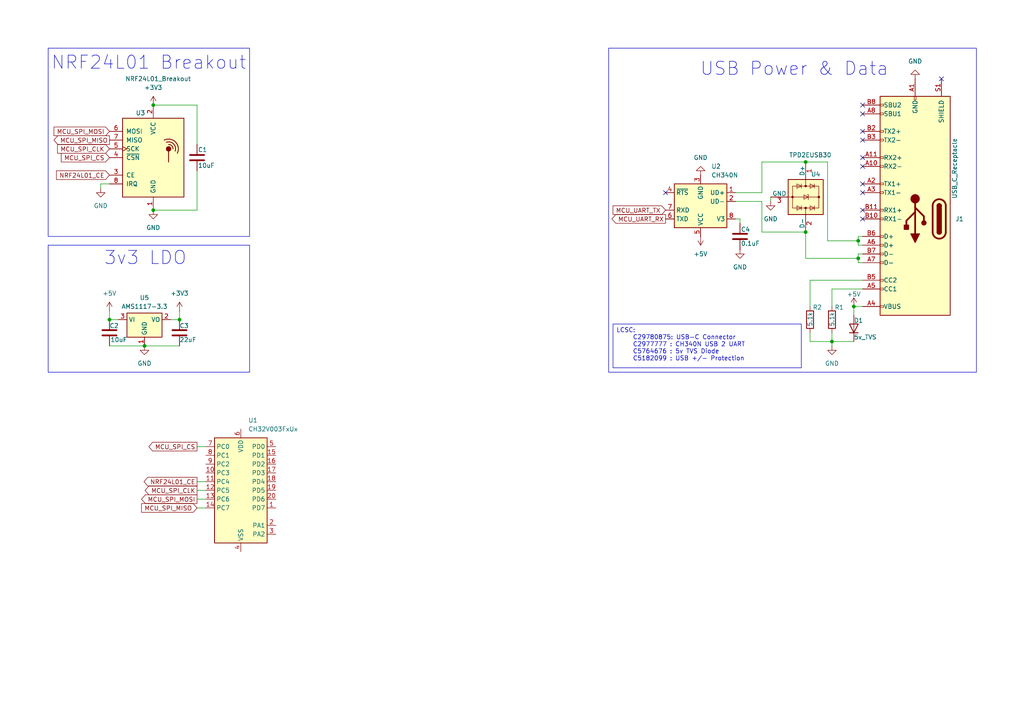
<source format=kicad_sch>
(kicad_sch (version 20250114) (generator "eeschema") (generator_version "9.0")
  (paper "A4")
  (lib_symbols
    (symbol "Connector:USB_C_Receptacle" (pin_names (offset 1.016))
      (property "Reference" "J" (at -10.16 29.21 0))
      (property "Value" "USB_C_Receptacle" (at 10.16 29.21 0))
      (symbol "USB_C_Receptacle_0_0"
        (rectangle (start -0.254 -35.56) (end 0.254 -34.544))
        (rectangle (start 10.16 25.654) (end 9.144 25.146))
        (rectangle (start 10.16 20.574) (end 9.144 20.066))
        (rectangle (start 10.16 18.034) (end 9.144 17.526))
        (rectangle (start 10.16 12.954) (end 9.144 12.446))
        (rectangle (start 10.16 10.414) (end 9.144 9.906))
        (rectangle (start 10.16 7.874) (end 9.144 7.366))
        (rectangle (start 10.16 5.334) (end 9.144 4.826))
        (rectangle (start 10.16 0.254) (end 9.144 -0.254))
        (rectangle (start 10.16 -2.286) (end 9.144 -2.794))
        (rectangle (start 10.16 -7.366) (end 9.144 -7.874))
        (rectangle (start 10.16 -9.906) (end 9.144 -10.414))
        (rectangle (start 10.16 -14.986) (end 9.144 -15.494))
        (rectangle (start 10.16 -17.526) (end 9.144 -18.034))
        (rectangle (start 10.16 -22.606) (end 9.144 -23.114))
        (rectangle (start 10.16 -25.146) (end 9.144 -25.654))
        (rectangle (start 10.16 -30.226) (end 9.144 -30.734))
        (rectangle (start 10.16 -32.766) (end 9.144 -33.274))
      )
      (symbol "USB_C_Receptacle_0_1"
        (rectangle (start -10.16 27.94) (end 10.16 -35.56) (stroke (width 0.254)) (fill (type background)))
        (polyline (pts (xy -8.89 -3.81) (xy -8.89 3.81)) (stroke (width 0.508)))
        (rectangle (start -7.62 -3.81) (end -6.35 3.81) (stroke (width 0.254)) (fill (type outline)))
        (arc (start -7.62 3.81) (mid -6.985 4.4423) (end -6.35 3.81) (stroke (width 0.254)))
        (arc (start -7.62 3.81) (mid -6.985 4.4423) (end -6.35 3.81) (stroke (width 0.254)) (fill (type outline)))
        (arc (start -8.89 3.81) (mid -6.985 5.7067) (end -5.08 3.81) (stroke (width 0.508)))
        (arc (start -5.08 -3.81) (mid -6.985 -5.7067) (end -8.89 -3.81) (stroke (width 0.508)))
        (arc (start -6.35 -3.81) (mid -6.985 -4.4423) (end -7.62 -3.81) (stroke (width 0.254)))
        (arc (start -6.35 -3.81) (mid -6.985 -4.4423) (end -7.62 -3.81) (stroke (width 0.254)) (fill (type outline)))
        (polyline (pts (xy -5.08 3.81) (xy -5.08 -3.81)) (stroke (width 0.508)))
      )
      (symbol "USB_C_Receptacle_1_1"
        (circle (center -2.54 1.143) (radius 0.635) (stroke (width 0.254)) (fill (type outline)))
        (polyline (pts (xy -1.27 4.318) (xy 0 6.858) (xy 1.27 4.318) (xy -1.27 4.318)) (stroke (width 0.254)) (fill (type outline)))
        (polyline (pts (xy 0 -2.032) (xy 2.54 0.508) (xy 2.54 1.778)) (stroke (width 0.508)))
        (polyline (pts (xy 0 -3.302) (xy -2.54 -0.762) (xy -2.54 0.508)) (stroke (width 0.508)))
        (polyline (pts (xy 0 -5.842) (xy 0 4.318)) (stroke (width 0.508)))
        (circle (center 0 -5.842) (radius 1.27) (fill (type outline)))
        (rectangle (start 1.905 1.778) (end 3.175 3.048) (stroke (width 0.254)) (fill (type outline)))
        (pin passive line (at -7.62 -40.64 90) (length 5.08) (name "SHIELD") (number "S1"))
        (pin passive line (at 0 -40.64 90) (length 5.08) (name "GND") (number "A1"))
        (pin passive line (at 0 -40.64 90) (length 5.08) (hide yes) (name "GND") (number "A12"))
        (pin passive line (at 0 -40.64 90) (length 5.08) (hide yes) (name "GND") (number "B1"))
        (pin passive line (at 0 -40.64 90) (length 5.08) (hide yes) (name "GND") (number "B12"))
        (pin passive line (at 15.24 25.4 180) (length 5.08) (name "VBUS") (number "A4"))
        (pin passive line (at 15.24 25.4 180) (length 5.08) (hide yes) (name "VBUS") (number "A9"))
        (pin passive line (at 15.24 25.4 180) (length 5.08) (hide yes) (name "VBUS") (number "B4"))
        (pin passive line (at 15.24 25.4 180) (length 5.08) (hide yes) (name "VBUS") (number "B9"))
        (pin bidirectional line (at 15.24 20.32 180) (length 5.08) (name "CC1") (number "A5"))
        (pin bidirectional line (at 15.24 17.78 180) (length 5.08) (name "CC2") (number "B5"))
        (pin bidirectional line (at 15.24 12.7 180) (length 5.08) (name "D-") (number "A7"))
        (pin bidirectional line (at 15.24 10.16 180) (length 5.08) (name "D-") (number "B7"))
        (pin bidirectional line (at 15.24 7.62 180) (length 5.08) (name "D+") (number "A6"))
        (pin bidirectional line (at 15.24 5.08 180) (length 5.08) (name "D+") (number "B6"))
        (pin bidirectional line (at 15.24 0 180) (length 5.08) (name "RX1-") (number "B10"))
        (pin bidirectional line (at 15.24 -2.54 180) (length 5.08) (name "RX1+") (number "B11"))
        (pin bidirectional line (at 15.24 -7.62 180) (length 5.08) (name "TX1-") (number "A3"))
        (pin bidirectional line (at 15.24 -10.16 180) (length 5.08) (name "TX1+") (number "A2"))
        (pin bidirectional line (at 15.24 -15.24 180) (length 5.08) (name "RX2-") (number "A10"))
        (pin bidirectional line (at 15.24 -17.78 180) (length 5.08) (name "RX2+") (number "A11"))
        (pin bidirectional line (at 15.24 -22.86 180) (length 5.08) (name "TX2-") (number "B3"))
        (pin bidirectional line (at 15.24 -25.4 180) (length 5.08) (name "TX2+") (number "B2"))
        (pin bidirectional line (at 15.24 -30.48 180) (length 5.08) (name "SBU1") (number "A8"))
        (pin bidirectional line (at 15.24 -33.02 180) (length 5.08) (name "SBU2") (number "B8"))
      )
    )
    (symbol "Device:C" (pin_numbers (hide yes)) (pin_names (offset 0.254))
      (property "Reference" "C" (at 0.635 2.54 0))
      (property "Value" "C" (at 0.635 -2.54 0))
      (symbol "C_0_1"
        (polyline (pts (xy -2.032 0.762) (xy 2.032 0.762)) (stroke (width 0.508)))
        (polyline (pts (xy -2.032 -0.762) (xy 2.032 -0.762)) (stroke (width 0.508)))
      )
      (symbol "C_1_1"
        (pin passive line (at 0 3.81 270) (length 2.794) (name "~") (number "1"))
        (pin passive line (at 0 -3.81 90) (length 2.794) (name "~") (number "2"))
      )
    )
    (symbol "Device:D" (pin_numbers (hide yes)) (pin_names (offset 1.016) (hide yes))
      (property "Reference" "D" (at 0 2.54 0))
      (property "Value" "D" (at 0 -2.54 0))
      (symbol "D_0_1"
        (polyline (pts (xy -1.27 1.27) (xy -1.27 -1.27)) (stroke (width 0.254)))
        (polyline (pts (xy 1.27 1.27) (xy 1.27 -1.27) (xy -1.27 0) (xy 1.27 1.27)) (stroke (width 0.254)))
        (polyline (pts (xy 1.27 0) (xy -1.27 0)))
      )
      (symbol "D_1_1"
        (pin passive line (at -3.81 0 0) (length 2.54) (name "K") (number "1"))
        (pin passive line (at 3.81 0 180) (length 2.54) (name "A") (number "2"))
      )
    )
    (symbol "Device:R" (pin_numbers (hide yes)) (pin_names (offset 0))
      (property "Reference" "R" (at 2.032 0 90))
      (property "Value" "R" (at 0 0 90))
      (symbol "R_0_1"
        (rectangle (start -1.016 -2.54) (end 1.016 2.54) (stroke (width 0.254)))
      )
      (symbol "R_1_1"
        (pin passive line (at 0 3.81 270) (length 1.27) (name "~") (number "1"))
        (pin passive line (at 0 -3.81 90) (length 1.27) (name "~") (number "2"))
      )
    )
    (symbol "Interface_USB:CH340N"
      (property "Reference" "U2" (at -3.1181 -12.7 0))
      (property "Value" "CH340N" (at -3.1181 -10.16 0))
      (symbol "CH340N_0_1"
        (rectangle (start -7.62 5.08) (end 7.62 -7.62) (stroke (width 0.254)) (fill (type background)))
      )
      (symbol "CH340N_1_1"
        (pin passive line (at -10.16 2.54 0) (length 2.54) (name "V3") (number "8"))
        (pin bidirectional line (at -10.16 -2.54 0) (length 2.54) (name "UD-") (number "2"))
        (pin bidirectional line (at -10.16 -5.08 0) (length 2.54) (name "UD+") (number "1"))
        (pin power_in line (at 0 7.62 270) (length 2.54) (name "VCC") (number "5"))
        (pin power_in line (at 0 -10.16 90) (length 2.54) (name "GND") (number "3"))
        (pin output line (at 10.16 2.54 180) (length 2.54) (name "TXD") (number "6"))
        (pin input line (at 10.16 0 180) (length 2.54) (name "RXD") (number "7"))
        (pin output line (at 10.16 -5.08 180) (length 2.54) (name "~{RTS}") (number "4"))
      )
    )
    (symbol "MCU_WCH_CH32V0:CH32V003FxUx"
      (property "Reference" "U" (at -7.62 17.78 0))
      (property "Value" "CH32V003FxUx" (at 7.62 17.78 0))
      (symbol "CH32V003FxUx_1_1"
        (rectangle (start -7.62 15.24) (end 7.62 -15.24) (stroke (width 0.254)) (fill (type background)))
        (pin bidirectional line (at -10.16 12.7 0) (length 2.54) (name "PC0") (number "7"))
        (pin bidirectional line (at -10.16 10.16 0) (length 2.54) (name "PC1") (number "8"))
        (pin bidirectional line (at -10.16 7.62 0) (length 2.54) (name "PC2") (number "9"))
        (pin bidirectional line (at -10.16 5.08 0) (length 2.54) (name "PC3") (number "10"))
        (pin bidirectional line (at -10.16 2.54 0) (length 2.54) (name "PC4") (number "11"))
        (pin bidirectional line (at -10.16 0 0) (length 2.54) (name "PC5") (number "12"))
        (pin bidirectional line (at -10.16 -2.54 0) (length 2.54) (name "PC6") (number "13"))
        (pin bidirectional line (at -10.16 -5.08 0) (length 2.54) (name "PC7") (number "14"))
        (pin power_in line (at 0 17.78 270) (length 2.54) (name "VDD") (number "6"))
        (pin passive line (at 0 -17.78 90) (length 2.54) (hide yes) (name "VSS") (number "21"))
        (pin power_in line (at 0 -17.78 90) (length 2.54) (name "VSS") (number "4"))
        (pin bidirectional line (at 10.16 12.7 180) (length 2.54) (name "PD0") (number "5"))
        (pin bidirectional line (at 10.16 10.16 180) (length 2.54) (name "PD1") (number "15"))
        (pin bidirectional line (at 10.16 7.62 180) (length 2.54) (name "PD2") (number "16"))
        (pin bidirectional line (at 10.16 5.08 180) (length 2.54) (name "PD3") (number "17"))
        (pin bidirectional line (at 10.16 2.54 180) (length 2.54) (name "PD4") (number "18"))
        (pin bidirectional line (at 10.16 0 180) (length 2.54) (name "PD5") (number "19"))
        (pin bidirectional line (at 10.16 -2.54 180) (length 2.54) (name "PD6") (number "20"))
        (pin bidirectional line (at 10.16 -5.08 180) (length 2.54) (name "PD7") (number "1"))
        (pin bidirectional line (at 10.16 -10.16 180) (length 2.54) (name "PA1") (number "2"))
        (pin bidirectional line (at 10.16 -12.7 180) (length 2.54) (name "PA2") (number "3"))
      )
    )
    (symbol "Power_Protection:TPD2EUSB30" (pin_names (offset 0))
      (property "Reference" "U" (at 0 6.35 0))
      (property "Value" "TPD2EUSB30" (at 7.62 -7.62 0))
      (symbol "TPD2EUSB30_0_1"
        (rectangle (start -5.08 5.08) (end 5.08 -5.08) (stroke (width 0.254)) (fill (type background)))
        (polyline (pts (xy -5.08 0) (xy -3.175 0)))
        (polyline (pts (xy -3.81 2.54) (xy -2.54 2.54)))
        (polyline (pts (xy -3.81 -1.27) (xy -2.54 -1.27)))
        (rectangle (start -3.175 3.81) (end 3.175 -3.81))
        (circle (center -3.175 0) (radius 0.2794) (fill (type outline)))
        (polyline (pts (xy -2.54 1.27) (xy -3.81 1.27) (xy -3.175 2.54) (xy -2.54 1.27)))
        (polyline (pts (xy -2.54 -2.54) (xy -3.81 -2.54) (xy -3.175 -1.27) (xy -2.54 -2.54)))
        (circle (center 0 3.81) (radius 0.2794) (fill (type outline)))
        (polyline (pts (xy 0 3.81) (xy 0 -5.08)))
        (circle (center 0 -3.81) (radius 0.2794) (fill (type outline)))
        (polyline (pts (xy 0.635 -0.508) (xy -0.635 -0.508) (xy 0 0.762) (xy 0.635 -0.508)))
        (polyline (pts (xy 0.762 0.762) (xy -0.762 0.762) (xy -0.762 0.508)))
        (polyline (pts (xy 2.54 2.54) (xy 3.81 2.54)))
        (polyline (pts (xy 2.54 -1.27) (xy 3.81 -1.27)))
        (circle (center 3.175 0) (radius 0.2794) (fill (type outline)))
        (polyline (pts (xy 3.81 1.27) (xy 2.54 1.27) (xy 3.175 2.54) (xy 3.81 1.27)))
        (polyline (pts (xy 3.81 -2.54) (xy 2.54 -2.54) (xy 3.175 -1.27) (xy 3.81 -2.54)))
        (polyline (pts (xy 5.08 0) (xy 3.175 0)))
      )
      (symbol "TPD2EUSB30_1_1"
        (pin passive line (at -10.16 0 0) (length 5.08) (name "D+") (number "1"))
        (pin passive line (at 0 -10.16 90) (length 5.08) (name "GND") (number "3"))
        (pin passive line (at 10.16 0 180) (length 5.08) (name "D-") (number "2"))
      )
    )
    (symbol "RF:NRF24L01_Breakout" (pin_names (offset 1.016))
      (property "Reference" "U" (at -8.89 12.7 0))
      (property "Value" "NRF24L01_Breakout" (at 3.81 12.7 0))
      (symbol "NRF24L01_Breakout_0_1"
        (rectangle (start -8.89 11.43) (end 8.89 -11.43) (stroke (width 0.254)) (fill (type background)))
        (arc (start 3.175 5.08) (mid 6.453 4.548) (end 6.985 1.27) (stroke (width 0.254)))
        (circle (center 4.445 2.54) (radius 0.635) (stroke (width 0.254)) (fill (type outline)))
        (polyline (pts (xy 4.445 1.905) (xy 4.445 -1.27)) (stroke (width 0.254)))
        (arc (start 3.81 4.445) (mid 5.8835 3.9785) (end 6.35 1.905) (stroke (width 0.254)))
        (arc (start 4.445 3.81) (mid 5.3558 3.4508) (end 5.715 2.54) (stroke (width 0.254)))
      )
      (symbol "NRF24L01_Breakout_1_1"
        (pin input line (at -12.7 7.62 0) (length 3.81) (name "MOSI") (number "6"))
        (pin output line (at -12.7 5.08 0) (length 3.81) (name "MISO") (number "7"))
        (pin input clock (at -12.7 2.54 0) (length 3.81) (name "SCK") (number "5"))
        (pin input line (at -12.7 0 0) (length 3.81) (name "~{CSN}") (number "4"))
        (pin input line (at -12.7 -5.08 0) (length 3.81) (name "CE") (number "3"))
        (pin output line (at -12.7 -7.62 0) (length 3.81) (name "IRQ") (number "8"))
        (pin power_in line (at 0 15.24 270) (length 3.81) (name "VCC") (number "2"))
        (pin power_in line (at 0 -15.24 90) (length 3.81) (name "GND") (number "1"))
      )
    )
    (symbol "Regulator_Linear:AMS1117-3.3"
      (property "Reference" "U" (at -3.81 3.175 0))
      (property "Value" "AMS1117-3.3" (at 0 3.175 0))
      (symbol "AMS1117-3.3_0_1"
        (rectangle (start -5.08 -5.08) (end 5.08 1.905) (stroke (width 0.254)) (fill (type background)))
      )
      (symbol "AMS1117-3.3_1_1"
        (pin power_in line (at -7.62 0 0) (length 2.54) (name "VI") (number "3"))
        (pin power_in line (at 0 -7.62 90) (length 2.54) (name "GND") (number "1"))
        (pin power_out line (at 7.62 0 180) (length 2.54) (name "VO") (number "2"))
      )
    )
    (symbol "power:+3V3" (power) (pin_numbers (hide yes)) (pin_names (offset 0) (hide yes))
      (property "Value" "+3V3" (at 0 3.556 0))
      (symbol "+3V3_0_1"
        (polyline (pts (xy -0.762 1.27) (xy 0 2.54)))
        (polyline (pts (xy 0 2.54) (xy 0.762 1.27)))
        (polyline (pts (xy 0 0) (xy 0 2.54)))
      )
      (symbol "+3V3_1_1"
        (pin power_in line (at 0 0 90) (length 0) (name "~") (number "1"))
      )
    )
    (symbol "power:+5V" (power) (pin_numbers (hide yes)) (pin_names (offset 0) (hide yes))
      (property "Value" "+5V" (at 0 3.556 0))
      (symbol "+5V_0_1"
        (polyline (pts (xy -0.762 1.27) (xy 0 2.54)))
        (polyline (pts (xy 0 2.54) (xy 0.762 1.27)))
        (polyline (pts (xy 0 0) (xy 0 2.54)))
      )
      (symbol "+5V_1_1"
        (pin power_in line (at 0 0 90) (length 0) (name "~") (number "1"))
      )
    )
    (symbol "power:GND" (power) (pin_numbers (hide yes)) (pin_names (offset 0) (hide yes))
      (property "Value" "GND" (at 0 -3.81 0))
      (symbol "GND_0_1"
        (polyline (pts (xy 0 0) (xy 0 -1.27) (xy 1.27 -1.27) (xy 0 -2.54) (xy -1.27 -1.27) (xy 0 -1.27)))
      )
      (symbol "GND_1_1"
        (pin power_in line (at 0 0 270) (length 0) (name "~") (number "1"))
      )
    )
  )
  (rectangle (start 176.53 13.97) (end 283.21 107.95))
  (rectangle (start 13.97 71.12) (end 72.39 107.95))
  (rectangle (start 13.97 13.97) (end 72.39 68.58))
  (text "3v3 LDO" (at 42.164 74.93 0) (effects (font (size 3.81 3.81))))
  (text "NRF24L01 Breakout" (at 43.18 18.288 0) (effects (font (size 3.81 3.81))))
  (text "USB Power & Data" (at 230.378 20.066 0) (effects (font (size 3.81 3.81))))
  (text_box "LCSC:\n	C29780875: USB-C Connector\n	C2977777 : CH340N USB 2 UART\n	C5764676 : 5v TVS Diode\n	C5182099 : USB +/- Protection" (at 177.8 93.98 0) (size 54.61 12.7) (margins 0.9525 0.9525 0.9525 0.9525) (effects (font (size 1.27 1.27)) (justify left top)))
  (junction (at 247.65 88.9))
  (junction (at 44.45 30.48))
  (junction (at 41.91 100.33))
  (junction (at 44.45 60.96))
  (junction (at 248.92 74.93))
  (junction (at 31.75 92.71))
  (junction (at 233.68 46.99))
  (junction (at 241.3 99.06))
  (junction (at 233.68 67.31))
  (junction (at 248.92 69.85))
  (junction (at 52.07 92.71))
  (no_connect (at 250.19 40.64))
  (no_connect (at 193.04 55.88))
  (no_connect (at 250.19 33.02))
  (no_connect (at 273.05 22.86))
  (no_connect (at 250.19 38.1))
  (no_connect (at 250.19 45.72))
  (no_connect (at 250.19 48.26))
  (no_connect (at 250.19 53.34))
  (no_connect (at 250.19 30.48))
  (no_connect (at 250.19 63.5))
  (no_connect (at 250.19 55.88))
  (no_connect (at 250.19 60.96))
  (wire (pts (xy 57.15 142.24) (xy 59.69 142.24)))
  (wire (pts (xy 213.36 58.42) (xy 220.98 58.42)))
  (wire (pts (xy 240.03 69.85) (xy 240.03 46.99)))
  (wire (pts (xy 52.07 90.17) (xy 52.07 92.71)))
  (wire (pts (xy 57.15 144.78) (xy 59.69 144.78)))
  (wire (pts (xy 31.75 90.17) (xy 31.75 92.71)))
  (wire (pts (xy 31.75 92.71) (xy 34.29 92.71)))
  (wire (pts (xy 248.92 74.93) (xy 248.92 76.2)))
  (wire (pts (xy 241.3 99.06) (xy 241.3 96.52)))
  (wire (pts (xy 248.92 68.58) (xy 248.92 69.85)))
  (wire (pts (xy 250.19 73.66) (xy 248.92 73.66)))
  (wire (pts (xy 29.21 53.34) (xy 29.21 54.61)))
  (wire (pts (xy 248.92 71.12) (xy 250.19 71.12)))
  (wire (pts (xy 214.63 63.5) (xy 214.63 64.77)))
  (wire (pts (xy 220.98 55.88) (xy 220.98 46.99)))
  (wire (pts (xy 41.91 100.33) (xy 52.07 100.33)))
  (wire (pts (xy 57.15 30.48) (xy 44.45 30.48)))
  (wire (pts (xy 250.19 68.58) (xy 248.92 68.58)))
  (wire (pts (xy 57.15 41.91) (xy 57.15 30.48)))
  (wire (pts (xy 233.68 67.31) (xy 233.68 74.93)))
  (wire (pts (xy 31.75 53.34) (xy 29.21 53.34)))
  (wire (pts (xy 223.52 57.15) (xy 223.52 58.42)))
  (wire (pts (xy 220.98 67.31) (xy 233.68 67.31)))
  (wire (pts (xy 49.53 92.71) (xy 52.07 92.71)))
  (wire (pts (xy 241.3 99.06) (xy 241.3 100.33)))
  (wire (pts (xy 250.19 83.82) (xy 241.3 83.82)))
  (wire (pts (xy 241.3 99.06) (xy 247.65 99.06)))
  (wire (pts (xy 213.36 55.88) (xy 220.98 55.88)))
  (wire (pts (xy 57.15 60.96) (xy 44.45 60.96)))
  (wire (pts (xy 31.75 100.33) (xy 41.91 100.33)))
  (wire (pts (xy 220.98 58.42) (xy 220.98 67.31)))
  (wire (pts (xy 247.65 88.9) (xy 247.65 91.44)))
  (wire (pts (xy 248.92 73.66) (xy 248.92 74.93)))
  (wire (pts (xy 250.19 81.28) (xy 234.95 81.28)))
  (wire (pts (xy 57.15 139.7) (xy 59.69 139.7)))
  (wire (pts (xy 220.98 46.99) (xy 233.68 46.99)))
  (wire (pts (xy 248.92 69.85) (xy 240.03 69.85)))
  (wire (pts (xy 57.15 147.32) (xy 59.69 147.32)))
  (wire (pts (xy 57.15 129.54) (xy 59.69 129.54)))
  (wire (pts (xy 234.95 96.52) (xy 234.95 99.06)))
  (wire (pts (xy 240.03 46.99) (xy 233.68 46.99)))
  (wire (pts (xy 213.36 63.5) (xy 214.63 63.5)))
  (wire (pts (xy 248.92 76.2) (xy 250.19 76.2)))
  (wire (pts (xy 248.92 69.85) (xy 248.92 71.12)))
  (wire (pts (xy 234.95 81.28) (xy 234.95 88.9)))
  (wire (pts (xy 233.68 74.93) (xy 248.92 74.93)))
  (wire (pts (xy 234.95 99.06) (xy 241.3 99.06)))
  (wire (pts (xy 241.3 83.82) (xy 241.3 88.9)))
  (wire (pts (xy 250.19 88.9) (xy 247.65 88.9)))
  (wire (pts (xy 57.15 49.53) (xy 57.15 60.96)))
  (global_label "MCU_SPI_CLK" (shape input) (at 31.75 43.18 180) (property "Intersheetrefs" "${INTERSHEET_REFS}" (effects (hide yes))))
  (global_label "NRF24L01_CE" (shape output) (at 57.15 139.7 180) (property "Intersheetrefs" "${INTERSHEET_REFS}" (effects (hide yes))))
  (global_label "MCU_UART_RX" (shape output) (at 193.04 63.5 180) (property "Intersheetrefs" "${INTERSHEET_REFS}" (effects (hide yes))))
  (global_label "MCU_SPI_MISO" (shape output) (at 31.75 40.64 180) (property "Intersheetrefs" "${INTERSHEET_REFS}" (effects (hide yes))))
  (global_label "MCU_SPI_MOSI" (shape input) (at 31.75 38.1 180) (property "Intersheetrefs" "${INTERSHEET_REFS}" (effects (hide yes))))
  (global_label "MCU_SPI_CLK" (shape output) (at 57.15 142.24 180) (property "Intersheetrefs" "${INTERSHEET_REFS}" (effects (hide yes))))
  (global_label "MCU_UART_TX" (shape input) (at 193.04 60.96 180) (property "Intersheetrefs" "${INTERSHEET_REFS}" (effects (hide yes))))
  (global_label "NRF24L01_CE" (shape input) (at 31.75 50.8 180) (property "Intersheetrefs" "${INTERSHEET_REFS}" (effects (hide yes))))
  (global_label "MCU_SPI_MOSI" (shape output) (at 57.15 144.78 180) (property "Intersheetrefs" "${INTERSHEET_REFS}" (effects (hide yes))))
  (global_label "MCU_SPI_CS" (shape input) (at 31.75 45.72 180) (property "Intersheetrefs" "${INTERSHEET_REFS}" (effects (hide yes))))
  (global_label "MCU_SPI_CS" (shape output) (at 57.15 129.54 180) (property "Intersheetrefs" "${INTERSHEET_REFS}" (effects (hide yes))))
  (global_label "MCU_SPI_MISO" (shape input) (at 57.15 147.32 180) (property "Intersheetrefs" "${INTERSHEET_REFS}" (effects (hide yes))))
  (symbol (lib_id "power:+3V3") (at 44.45 30.48 0) (unit 1)
    (property "Reference" "#PWR07" (effects (hide yes)))
    (property "Value" "+3V3" (at 44.45 25.4 0))
    (property "Description" "Power symbol creates a global label with name \"+3V3\"" (effects (hide yes)))
  )
  (symbol (lib_id "power:GND") (at 41.91 100.33 0) (unit 1)
    (property "Reference" "#PWR010" (effects (hide yes)))
    (property "Value" "GND" (at 41.91 105.41 0))
    (property "Description" "Power symbol creates a global label with name \"GND\" , ground" (effects (hide yes)))
  )
  (symbol (lib_id "power:GND") (at 29.21 54.61 0) (unit 1)
    (property "Reference" "#PWR05" (effects (hide yes)))
    (property "Value" "GND" (at 29.21 59.69 0))
    (property "Description" "Power symbol creates a global label with name \"GND\" , ground" (effects (hide yes)))
  )
  (symbol (lib_id "Device:C") (at 57.15 45.72 0) (unit 1)
    (property "Reference" "C1" (at 57.404 43.434 0) (effects (justify left)))
    (property "Value" "10uF" (at 57.404 48.006 0) (effects (justify left)))
    (property "Description" "Unpolarized capacitor" (effects (hide yes)))
  )
  (symbol (lib_id "power:GND") (at 241.3 100.33 0) (unit 1)
    (property "Reference" "#PWR03" (effects (hide yes)))
    (property "Value" "GND" (at 241.3 105.41 0))
    (property "Description" "Power symbol creates a global label with name \"GND\" , ground" (effects (hide yes)))
  )
  (symbol (lib_id "MCU_WCH_CH32V0:CH32V003FxUx") (at 69.85 142.24 0) (unit 1)
    (property "Reference" "U1" (at 71.9933 121.92 0) (effects (justify left)))
    (property "Value" "CH32V003FxUx" (at 71.9933 124.46 0) (effects (justify left)))
    (property "Footprint" "Package_DFN_QFN:QFN-20-1EP_3x3mm_P0.4mm_EP1.65x1.65mm" (effects (hide yes)))
    (property "Datasheet" "https://www.wch-ic.com/products/CH32V003.html" (effects (hide yes)))
    (property "Description" "CH32V003 series are industrial-grade general-purpose microcontrollers designed based on 32-bit RISC-V instruction set and architecture. It adopts QingKe V2A core, RV32EC instruction set, and supports 2 levels of interrupt nesting. The series are mounted with rich peripheral interfaces and function modules. Its internal organizational structure meets the low-cost and low-power embedded application scenarios." (effects (hide yes)))
  )
  (symbol (lib_id "power:GND") (at 203.2 50.8 180) (unit 1)
    (property "Reference" "#PWR013" (effects (hide yes)))
    (property "Value" "GND" (at 203.2 45.72 0))
    (property "Description" "Power symbol creates a global label with name \"GND\" , ground" (effects (hide yes)))
  )
  (symbol (lib_id "RF:NRF24L01_Breakout") (at 44.45 45.72 0) (unit 1)
    (property "Reference" "U3" (at 39.37 32.766 0) (effects (justify left)))
    (property "Value" "NRF24L01_Breakout" (at 36.322 22.86 0) (effects (justify left)))
    (property "Footprint" "RF_Module:nRF24L01_Breakout" (effects (hide yes)))
    (property "Datasheet" "http://www.nordicsemi.com/eng/content/download/2730/34105/file/nRF24L01_Product_Specification_v2_0.pdf" (effects (hide yes)))
    (property "Description" "Ultra low power 2.4GHz RF Transceiver, Carrier PCB" (effects (hide yes)))
  )
  (symbol (lib_id "power:GND") (at 214.63 72.39 0) (unit 1)
    (property "Reference" "#PWR011" (effects (hide yes)))
    (property "Value" "GND" (at 214.63 77.47 0))
    (property "Description" "Power symbol creates a global label with name \"GND\" , ground" (effects (hide yes)))
  )
  (symbol (lib_id "Device:C") (at 52.07 96.52 0) (unit 1)
    (property "Reference" "C3" (at 52.07 94.488 0) (effects (justify left)))
    (property "Value" "22uF" (at 52.07 98.552 0) (effects (justify left)))
    (property "Description" "Unpolarized capacitor" (effects (hide yes)))
  )
  (symbol (lib_id "power:+5V") (at 247.65 88.9 0) (unit 1)
    (property "Reference" "#PWR04" (effects (hide yes)))
    (property "Value" "+5V" (at 247.65 85.344 0))
    (property "Description" "Power symbol creates a global label with name \"+5V\"" (effects (hide yes)))
  )
  (symbol (lib_id "power:GND") (at 44.45 60.96 0) (unit 1)
    (property "Reference" "#PWR06" (effects (hide yes)))
    (property "Value" "GND" (at 44.45 66.04 0))
    (property "Description" "Power symbol creates a global label with name \"GND\" , ground" (effects (hide yes)))
  )
  (symbol (lib_id "Interface_USB:CH340N") (at 203.2 60.96 180) (unit 1)
    (property "Reference" "U2" (at 206.3181 48.26 0) (effects (justify right)))
    (property "Value" "CH340N" (at 206.3181 50.8 0) (effects (justify right)))
    (property "Footprint" "Package_SO:SOP-8_3.9x4.9mm_P1.27mm" (effects (hide yes)))
    (property "Datasheet" "https://aitendo3.sakura.ne.jp/aitendo_data/product_img/ic/inteface/CH340N/ch340n.pdf" (effects (hide yes)))
    (property "Description" "USB serial converter, 2Mbps, UART, SOP-8" (effects (hide yes)))
  )
  (symbol (lib_id "Device:C") (at 214.63 68.58 0) (unit 1)
    (property "Reference" "C4" (at 214.884 66.548 0) (effects (justify left)))
    (property "Value" "0.1uF" (at 214.884 70.612 0) (effects (justify left)))
    (property "Description" "Unpolarized capacitor" (effects (hide yes)))
  )
  (symbol (lib_id "power:+5V") (at 31.75 90.17 0) (unit 1)
    (property "Reference" "#PWR09" (effects (hide yes)))
    (property "Value" "+5V" (at 31.75 85.09 0))
    (property "Description" "Power symbol creates a global label with name \"+5V\"" (effects (hide yes)))
  )
  (symbol (lib_id "power:GND") (at 265.43 22.86 180) (unit 1)
    (property "Reference" "#PWR01" (effects (hide yes)))
    (property "Value" "GND" (at 265.43 17.78 0))
    (property "Description" "Power symbol creates a global label with name \"GND\" , ground" (effects (hide yes)))
  )
  (symbol (lib_id "Connector:USB_C_Receptacle") (at 265.43 63.5 180) (unit 1)
    (property "Reference" "J1" (at 277.114 63.5 0) (effects (justify right)))
    (property "Value" "USB_C_Receptacle" (at 276.86 57.658 90) (effects (justify right)))
    (property "Datasheet" "https://www.usb.org/sites/default/files/documents/usb_type-c.zip" (effects (hide yes)))
    (property "Description" "USB Full-Featured Type-C Receptacle connector" (effects (hide yes)))
  )
  (symbol (lib_id "power:+5V") (at 203.2 68.58 180) (unit 1)
    (property "Reference" "#PWR012" (effects (hide yes)))
    (property "Value" "+5V" (at 203.2 73.66 0))
    (property "Description" "Power symbol creates a global label with name \"+5V\"" (effects (hide yes)))
  )
  (symbol (lib_id "power:+3V3") (at 52.07 90.17 0) (unit 1)
    (property "Reference" "#PWR08" (effects (hide yes)))
    (property "Value" "+3V3" (at 52.07 85.09 0))
    (property "Description" "Power symbol creates a global label with name \"+3V3\"" (effects (hide yes)))
  )
  (symbol (lib_id "Regulator_Linear:AMS1117-3.3") (at 41.91 92.71 0) (unit 1)
    (property "Reference" "U5" (at 41.91 86.36 0))
    (property "Value" "AMS1117-3.3" (at 41.91 88.9 0))
    (property "Footprint" "Package_TO_SOT_SMD:SOT-223-3_TabPin2" (effects (hide yes)))
    (property "Datasheet" "http://www.advanced-monolithic.com/pdf/ds1117.pdf" (effects (hide yes)))
    (property "Description" "1A Low Dropout regulator, positive, 3.3V fixed output, SOT-223" (effects (hide yes)))
  )
  (symbol (lib_id "power:GND") (at 223.52 58.42 0) (unit 1)
    (property "Reference" "#PWR02" (effects (hide yes)))
    (property "Value" "GND" (at 223.52 63.5 0))
    (property "Description" "Power symbol creates a global label with name \"GND\" , ground" (effects (hide yes)))
  )
  (symbol (lib_id "Power_Protection:TPD2EUSB30") (at 233.68 57.15 270) (unit 1)
    (property "Reference" "U4" (at 235.204 50.546 90) (effects (justify left)))
    (property "Value" "TPD2EUSB30" (at 228.854 44.958 90) (effects (justify left)))
    (property "Footprint" "Package_TO_SOT_SMD:Texas_DRT-3" (effects (hide yes)))
    (property "Datasheet" "http://www.ti.com/lit/ds/symlink/tpd2eusb30a.pdf" (effects (hide yes)))
    (property "Description" "2-Channel ESD Protection for Super-Speed USB 3.0 Interface, DRT-3" (effects (hide yes)))
  )
  (symbol (lib_id "Device:R") (at 241.3 92.71 0) (unit 1)
    (property "Reference" "R1" (at 242.062 89.154 0) (effects (justify left)))
    (property "Value" "5.1k" (at 241.3 94.742 90) (effects (justify left)))
    (property "Description" "Resistor" (effects (hide yes)))
  )
  (symbol (lib_id "Device:C") (at 31.75 96.52 0) (unit 1)
    (property "Reference" "C2" (at 31.75 94.488 0) (effects (justify left)))
    (property "Value" "10uF" (at 32.004 98.552 0) (effects (justify left)))
    (property "Description" "Unpolarized capacitor" (effects (hide yes)))
  )
  (symbol (lib_id "Device:D") (at 247.65 95.25 90) (unit 1)
    (property "Reference" "D1" (at 247.65 92.964 90) (effects (justify right)))
    (property "Value" "5v_TVS" (at 247.65 97.79 90) (effects (justify right)))
    (property "Description" "Diode" (effects (hide yes)))
    (property "Sim.Device" "D" (effects (hide yes)))
    (property "Sim.Pins" "1=K 2=A" (effects (hide yes)))
  )
  (symbol (lib_id "Device:R") (at 234.95 92.71 0) (unit 1)
    (property "Reference" "R2" (at 235.712 89.154 0) (effects (justify left)))
    (property "Value" "5.1k" (at 234.95 94.742 90) (effects (justify left)))
    (property "Description" "Resistor" (effects (hide yes)))
  )
)
</source>
